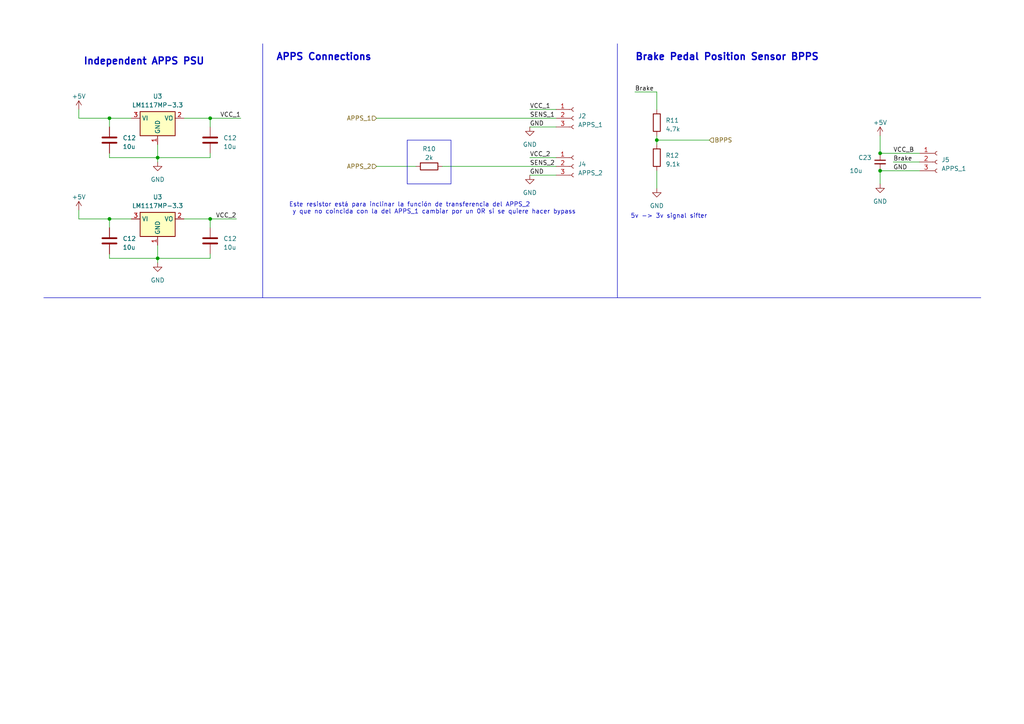
<source format=kicad_sch>
(kicad_sch (version 20230121) (generator eeschema)
  (paper "A4")
  (lib_symbols
    (symbol "+5V_1" (power) (pin_names (offset 0))
      (property "Value" "+5V_1" (at 0 3.556 0))
      (symbol "+5V_1_0_1"
        (polyline (pts (xy -0.762 1.27) (xy 0 2.54)))
        (polyline (pts (xy 0 0) (xy 0 2.54)))
        (polyline (pts (xy 0 2.54) (xy 0.762 1.27)))
      )
      (symbol "+5V_1_1_1"
        (pin power_in line (at 0 0 90) (length 0) hide (name "+5V") (number "1"))
      )
    )
    (symbol "Connector:Conn_01x03_Female" (pin_names (offset 1.016) hide)
      (property "Reference" "J" (at 0 5.08 0))
      (property "Value" "Conn_01x03_Female" (at 0 -5.08 0))
      (symbol "Conn_01x03_Female_1_1"
        (arc (start 0 -2.032) (mid -0.5058 -2.54) (end 0 -3.048) (stroke (width 0.1524)))
        (polyline (pts (xy -1.27 -2.54) (xy -0.508 -2.54)) (stroke (width 0.1524)))
        (polyline (pts (xy -1.27 0) (xy -0.508 0)) (stroke (width 0.1524)))
        (polyline (pts (xy -1.27 2.54) (xy -0.508 2.54)) (stroke (width 0.1524)))
        (arc (start 0 0.508) (mid -0.5058 0) (end 0 -0.508) (stroke (width 0.1524)))
        (arc (start 0 3.048) (mid -0.5058 2.54) (end 0 2.032) (stroke (width 0.1524)))
        (pin passive line (at -5.08 2.54 0) (length 3.81) (name "Pin_1") (number "1"))
        (pin passive line (at -5.08 0 0) (length 3.81) (name "Pin_2") (number "2"))
        (pin passive line (at -5.08 -2.54 0) (length 3.81) (name "Pin_3") (number "3"))
      )
    )
    (symbol "Device:C" (pin_numbers hide) (pin_names (offset 0.254))
      (property "Reference" "C" (at 0.635 2.54 0))
      (property "Value" "C" (at 0.635 -2.54 0))
      (symbol "C_0_1"
        (polyline (pts (xy -2.032 -0.762) (xy 2.032 -0.762)) (stroke (width 0.508)))
        (polyline (pts (xy -2.032 0.762) (xy 2.032 0.762)) (stroke (width 0.508)))
      )
      (symbol "C_1_1"
        (pin passive line (at 0 3.81 270) (length 2.794) (name "~") (number "1"))
        (pin passive line (at 0 -3.81 90) (length 2.794) (name "~") (number "2"))
      )
    )
    (symbol "Device:C_Small" (pin_numbers hide) (pin_names (offset 0.254) hide)
      (property "Reference" "C" (at 0.254 1.778 0))
      (property "Value" "C_Small" (at 0.254 -2.032 0))
      (symbol "C_Small_0_1"
        (polyline (pts (xy -1.524 -0.508) (xy 1.524 -0.508)) (stroke (width 0.3302)))
        (polyline (pts (xy -1.524 0.508) (xy 1.524 0.508)) (stroke (width 0.3048)))
      )
      (symbol "C_Small_1_1"
        (pin passive line (at 0 2.54 270) (length 2.032) (name "~") (number "1"))
        (pin passive line (at 0 -2.54 90) (length 2.032) (name "~") (number "2"))
      )
    )
    (symbol "Device:R" (pin_numbers hide) (pin_names (offset 0))
      (property "Reference" "R" (at 2.032 0 90))
      (property "Value" "R" (at 0 0 90))
      (symbol "R_0_1"
        (rectangle (start -1.016 -2.54) (end 1.016 2.54) (stroke (width 0.254)))
      )
      (symbol "R_1_1"
        (pin passive line (at 0 3.81 270) (length 1.27) (name "~") (number "1"))
        (pin passive line (at 0 -3.81 90) (length 1.27) (name "~") (number "2"))
      )
    )
    (symbol "GND_1" (power) (pin_names (offset 0))
      (property "Value" "GND_1" (at 0 -3.81 0))
      (symbol "GND_1_0_1"
        (polyline (pts (xy 0 0) (xy 0 -1.27) (xy 1.27 -1.27) (xy 0 -2.54) (xy -1.27 -1.27) (xy 0 -1.27)))
      )
      (symbol "GND_1_1_1"
        (pin power_in line (at 0 0 270) (length 0) hide (name "GND") (number "1"))
      )
    )
    (symbol "GND_2" (power) (pin_names (offset 0))
      (property "Value" "GND_2" (at 0 -3.81 0))
      (symbol "GND_2_0_1"
        (polyline (pts (xy 0 0) (xy 0 -1.27) (xy 1.27 -1.27) (xy 0 -2.54) (xy -1.27 -1.27) (xy 0 -1.27)))
      )
      (symbol "GND_2_1_1"
        (pin power_in line (at 0 0 270) (length 0) hide (name "GND") (number "1"))
      )
    )
    (symbol "GND_3" (power) (pin_names (offset 0))
      (property "Value" "GND_3" (at 0 -3.81 0))
      (symbol "GND_3_0_1"
        (polyline (pts (xy 0 0) (xy 0 -1.27) (xy 1.27 -1.27) (xy 0 -2.54) (xy -1.27 -1.27) (xy 0 -1.27)))
      )
      (symbol "GND_3_1_1"
        (pin power_in line (at 0 0 270) (length 0) hide (name "GND") (number "1"))
      )
    )
    (symbol "Regulator_Linear:LM1117MP-3.3"
      (property "Reference" "U" (at -3.81 3.175 0))
      (property "Value" "LM1117MP-3.3" (at 0 3.175 0))
      (symbol "LM1117MP-3.3_0_1"
        (rectangle (start -5.08 -5.08) (end 5.08 1.905) (stroke (width 0.254)) (fill (type background)))
      )
      (symbol "LM1117MP-3.3_1_1"
        (pin power_in line (at 0 -7.62 90) (length 2.54) (name "GND") (number "1"))
        (pin power_out line (at 7.62 0 180) (length 2.54) (name "VO") (number "2"))
        (pin power_in line (at -7.62 0 0) (length 2.54) (name "VI") (number "3"))
      )
    )
    (symbol "power:+5V" (power) (pin_names (offset 0))
      (property "Value" "+5V" (at 0 3.556 0))
      (symbol "+5V_0_1"
        (polyline (pts (xy -0.762 1.27) (xy 0 2.54)))
        (polyline (pts (xy 0 0) (xy 0 2.54)))
        (polyline (pts (xy 0 2.54) (xy 0.762 1.27)))
      )
      (symbol "+5V_1_1"
        (pin power_in line (at 0 0 90) (length 0) hide (name "+5V") (number "1"))
      )
    )
    (symbol "power:GND" (power) (pin_names (offset 0))
      (property "Value" "GND" (at 0 -3.81 0))
      (symbol "GND_0_1"
        (polyline (pts (xy 0 0) (xy 0 -1.27) (xy 1.27 -1.27) (xy 0 -2.54) (xy -1.27 -1.27) (xy 0 -1.27)))
      )
      (symbol "GND_1_1"
        (pin power_in line (at 0 0 270) (length 0) hide (name "GND") (number "1"))
      )
    )
  )
  (junction (at 255.27 49.53))
  (junction (at 31.75 34.29))
  (junction (at 60.96 63.5))
  (junction (at 31.75 63.5))
  (junction (at 45.72 45.72))
  (junction (at 60.96 34.29))
  (junction (at 45.72 74.93))
  (junction (at 190.5 40.64))
  (junction (at 255.27 44.45))
  (wire (pts (xy 38.1 34.29) (xy 31.75 34.29)))
  (wire (pts (xy 184.15 26.67) (xy 190.5 26.67)))
  (wire (pts (xy 153.67 31.75) (xy 161.29 31.75)))
  (wire (pts (xy 31.75 63.5) (xy 22.86 63.5)))
  (wire (pts (xy 45.72 74.93) (xy 45.72 71.12)))
  (wire (pts (xy 22.86 31.75) (xy 22.86 34.29)))
  (wire (pts (xy 60.96 63.5) (xy 60.96 66.04)))
  (wire (pts (xy 60.96 34.29) (xy 60.96 36.83)))
  (wire (pts (xy 190.5 26.67) (xy 190.5 31.75)))
  (wire (pts (xy 60.96 34.29) (xy 69.85 34.29)))
  (wire (pts (xy 60.96 45.72) (xy 45.72 45.72)))
  (wire (pts (xy 60.96 44.45) (xy 60.96 45.72)))
  (wire (pts (xy 255.27 44.45) (xy 266.7 44.45)))
  (wire (pts (xy 153.67 50.8) (xy 161.29 50.8)))
  (wire (pts (xy 128.27 48.26) (xy 161.29 48.26)))
  (wire (pts (xy 190.5 40.64) (xy 205.74 40.64)))
  (wire (pts (xy 153.67 36.83) (xy 161.29 36.83)))
  (wire (pts (xy 31.75 73.66) (xy 31.75 74.93)))
  (wire (pts (xy 190.5 40.64) (xy 190.5 39.37)))
  (wire (pts (xy 31.75 45.72) (xy 45.72 45.72)))
  (wire (pts (xy 255.27 53.34) (xy 255.27 49.53)))
  (polyline (pts (xy 179.07 86.36) (xy 284.48 86.36)))
  (wire (pts (xy 60.96 74.93) (xy 45.72 74.93)))
  (polyline (pts (xy 179.07 12.7) (xy 179.07 86.36)))
  (polyline (pts (xy 76.2 12.7) (xy 76.2 86.36)))
  (wire (pts (xy 120.65 48.26) (xy 109.22 48.26)))
  (wire (pts (xy 259.08 46.99) (xy 266.7 46.99)))
  (polyline (pts (xy 76.2 86.36) (xy 179.07 86.36)))
  (wire (pts (xy 31.75 74.93) (xy 45.72 74.93)))
  (wire (pts (xy 31.75 34.29) (xy 31.75 36.83)))
  (wire (pts (xy 31.75 44.45) (xy 31.75 45.72)))
  (wire (pts (xy 31.75 63.5) (xy 31.75 66.04)))
  (wire (pts (xy 22.86 60.96) (xy 22.86 63.5)))
  (wire (pts (xy 109.22 34.29) (xy 161.29 34.29)))
  (wire (pts (xy 190.5 41.91) (xy 190.5 40.64)))
  (wire (pts (xy 255.27 39.37) (xy 255.27 44.45)))
  (wire (pts (xy 60.96 73.66) (xy 60.96 74.93)))
  (wire (pts (xy 31.75 34.29) (xy 22.86 34.29)))
  (wire (pts (xy 53.34 34.29) (xy 60.96 34.29)))
  (wire (pts (xy 38.1 63.5) (xy 31.75 63.5)))
  (wire (pts (xy 45.72 46.99) (xy 45.72 45.72)))
  (wire (pts (xy 190.5 49.53) (xy 190.5 54.61)))
  (wire (pts (xy 45.72 45.72) (xy 45.72 41.91)))
  (polyline (pts (xy 12.7 86.36) (xy 76.2 86.36)))
  (wire (pts (xy 60.96 63.5) (xy 68.58 63.5)))
  (wire (pts (xy 53.34 63.5) (xy 60.96 63.5)))
  (wire (pts (xy 153.67 45.72) (xy 161.29 45.72)))
  (wire (pts (xy 255.27 49.53) (xy 266.7 49.53)))
  (wire (pts (xy 45.72 76.2) (xy 45.72 74.93)))
  (rectangle (start 118.11 40.64) (end 130.81 53.34))
  (text "APPS Connections" (at 80.01 17.78 0) (effects (font (size 2 2) (thickness 0.4) bold) (justify left bottom)))
  (text "Brake Pedal Position Sensor BPPS" (at 184.15 17.78 0) (effects (font (size 2 2) (thickness 0.4) bold) (justify left bottom)))
  (text "Independent APPS PSU" (at 24.13 19.05 0) (effects (font (size 2 2) (thickness 0.4) bold) (justify left bottom)))
  (text "5v -> 3v signal sifter" (at 182.88 63.5 0) (effects (font (size 1.27 1.27)) (justify left bottom)))
  (text "Este resistor está para inclinar la función de transferencia del APPS_2\n y que no coincida con la del APPS_1 cambiar por un 0R si se quiere hacer bypass" (at 83.82 62.23 0) (effects (font (size 1.27 1.27)) (justify left bottom)))
  (label "GND" (at 259.08 49.53 0))
  (label "Brake" (at 184.15 26.67 0))
  (label "Brake" (at 259.08 46.99 0))
  (label "SENS_1" (at 153.67 34.29 0))
  (label "VCC_2" (at 153.67 45.72 0))
  (label "VCC_1" (at 153.67 31.75 0))
  (label "VCC_B" (at 259.08 44.45 0))
  (label "VCC_2" (at 68.58 63.5 180))
  (label "SENS_2" (at 153.67 48.26 0))
  (label "GND" (at 153.67 50.8 0))
  (label "VCC_1" (at 69.85 34.29 180))
  (label "GND" (at 153.67 36.83 0))
  (hierarchical_label "APPS_1" (shape input) (at 109.22 34.29 180))
  (hierarchical_label "APPS_2" (shape input) (at 109.22 48.26 180))
  (hierarchical_label "BPPS" (shape input) (at 205.74 40.64 0))
  (symbol (lib_name "+5V_1") (lib_id "power:+5V") (at 255.27 39.37 0) (unit 1)
    (property "Reference" "#PWR039" (effects hide))
    (property "Value" "+5V" (at 255.27 35.56 0))
  )
  (symbol (lib_id "Device:C") (at 60.96 40.64 0) (unit 1)
    (property "Reference" "C12" (at 64.77 40.005 0) (effects (justify left)))
    (property "Value" "10u" (at 64.77 42.545 0) (effects (justify left)))
    (property "Footprint" "Capacitor_SMD:C_0603_1608Metric" (effects hide))
    (instances (project "TER_PEDAL" (path "" (reference "C12") (unit 1)) (path "" (reference "C20") (unit 1))))
  )
  (symbol (lib_id "Device:R") (at 124.46 48.26 90) (unit 1)
    (property "Reference" "R10" (at 124.46 43.18 90))
    (property "Value" "2k" (at 124.46 45.72 90))
    (property "Footprint" "Resistor_SMD:R_0603_1608Metric" (effects hide))
  )
  (symbol (lib_name "GND_3") (lib_id "power:GND") (at 255.27 53.34 0) (unit 1)
    (property "Reference" "#PWR042" (effects hide))
    (property "Value" "GND" (at 255.27 58.42 0))
  )
  (symbol (lib_name "GND_1") (lib_id "power:GND") (at 190.5 54.61 0) (unit 1)
    (property "Reference" "#PWR038" (effects hide))
    (property "Value" "GND" (at 190.5 59.69 0))
  )
  (symbol (lib_name "GND_2") (lib_id "power:GND") (at 153.67 50.8 0) (unit 1)
    (property "Reference" "#PWR040" (effects hide))
    (property "Value" "GND" (at 153.67 55.88 0))
  )
  (symbol (lib_id "Device:C_Small") (at 255.27 46.99 0) (unit 1)
    (property "Reference" "C23" (at 248.92 45.72 0) (effects (justify left)))
    (property "Value" "10u" (at 246.38 49.53 0) (effects (justify left)))
    (property "Footprint" "Capacitor_SMD:C_0603_1608Metric" (effects hide))
  )
  (symbol (lib_id "power:+5V") (at 22.86 60.96 0) (unit 1)
    (property "Reference" "#PWR036" (effects hide))
    (property "Value" "+5V" (at 22.86 57.15 0))
  )
  (symbol (lib_id "Device:R") (at 190.5 45.72 0) (unit 1)
    (property "Reference" "R12" (at 193.04 45.085 0) (effects (justify left)))
    (property "Value" "9.1k" (at 193.04 47.625 0) (effects (justify left)))
    (property "Footprint" "Resistor_SMD:R_0603_1608Metric" (effects hide))
  )
  (symbol (lib_id "Device:C") (at 31.75 69.85 0) (unit 1)
    (property "Reference" "C12" (at 35.56 69.215 0) (effects (justify left)))
    (property "Value" "10u" (at 35.56 71.755 0) (effects (justify left)))
    (property "Footprint" "Capacitor_SMD:C_0603_1608Metric" (effects hide))
    (instances (project "TER_PEDAL" (path "" (reference "C12") (unit 1)) (path "" (reference "C21") (unit 1))))
  )
  (symbol (lib_id "Device:C") (at 60.96 69.85 0) (unit 1)
    (property "Reference" "C12" (at 64.77 69.215 0) (effects (justify left)))
    (property "Value" "10u" (at 64.77 71.755 0) (effects (justify left)))
    (property "Footprint" "Capacitor_SMD:C_0603_1608Metric" (effects hide))
    (instances (project "TER_PEDAL" (path "" (reference "C12") (unit 1)) (path "" (reference "C22") (unit 1))))
  )
  (symbol (lib_id "power:+5V") (at 22.86 31.75 0) (unit 1)
    (property "Reference" "#PWR035" (effects hide))
    (property "Value" "+5V" (at 22.86 27.94 0))
  )
  (symbol (lib_id "power:GND") (at 45.72 76.2 0) (unit 1)
    (property "Reference" "#PWR037" (effects hide))
    (property "Value" "GND" (at 45.72 81.28 0))
  )
  (symbol (lib_id "Device:C") (at 31.75 40.64 0) (unit 1)
    (property "Reference" "C12" (at 35.56 40.005 0) (effects (justify left)))
    (property "Value" "10u" (at 35.56 42.545 0) (effects (justify left)))
    (property "Footprint" "Capacitor_SMD:C_0603_1608Metric" (effects hide))
    (instances (project "TER_PEDAL" (path "" (reference "C12") (unit 1)) (path "" (reference "C19") (unit 1))))
  )
  (symbol (lib_name "GND_2") (lib_id "power:GND") (at 153.67 36.83 0) (unit 1)
    (property "Reference" "#PWR041" (effects hide))
    (property "Value" "GND" (at 153.67 41.91 0))
  )
  (symbol (lib_id "Connector:Conn_01x03_Female") (at 166.37 34.29 0) (unit 1)
    (property "Reference" "J2" (at 167.64 33.655 0) (effects (justify left)))
    (property "Value" "APPS_1" (at 167.64 36.195 0) (effects (justify left)))
    (property "Footprint" "Connector_Phoenix_MC:PhoenixContact_MCV_1,5_3-GF-3.5_1x03_P3.50mm_Vertical_ThreadedFlange_MountHole" (effects hide))
  )
  (symbol (lib_id "Connector:Conn_01x03_Female") (at 166.37 48.26 0) (unit 1)
    (property "Reference" "J4" (at 167.64 47.625 0) (effects (justify left)))
    (property "Value" "APPS_2" (at 167.64 50.165 0) (effects (justify left)))
    (property "Footprint" "Connector_Phoenix_MC:PhoenixContact_MCV_1,5_3-GF-3.5_1x03_P3.50mm_Vertical_ThreadedFlange_MountHole" (effects hide))
  )
  (symbol (lib_id "Device:R") (at 190.5 35.56 0) (unit 1)
    (property "Reference" "R11" (at 193.04 34.925 0) (effects (justify left)))
    (property "Value" "4.7k" (at 193.04 37.465 0) (effects (justify left)))
    (property "Footprint" "Resistor_SMD:R_0603_1608Metric" (effects hide))
  )
  (symbol (lib_id "Connector:Conn_01x03_Female") (at 271.78 46.99 0) (unit 1)
    (property "Reference" "J5" (at 273.05 46.355 0) (effects (justify left)))
    (property "Value" "APPS_1" (at 273.05 48.895 0) (effects (justify left)))
    (property "Footprint" "Connector_Phoenix_MC:PhoenixContact_MCV_1,5_3-GF-3.5_1x03_P3.50mm_Vertical_ThreadedFlange_MountHole" (effects hide))
  )
  (symbol (lib_id "Regulator_Linear:LM1117MP-3.3") (at 45.72 34.29 0) (unit 1)
    (property "Reference" "U3" (at 45.72 27.94 0))
    (property "Value" "LM1117MP-3.3" (at 45.72 30.48 0))
    (property "Footprint" "Package_TO_SOT_SMD:SOT-223-3_TabPin2" (effects hide))
    (property "Datasheet" "http://www.ti.com/lit/ds/symlink/lm1117.pdf" (effects hide))
    (instances (project "TER_PEDAL" (path "" (reference "U3") (unit 1)) (path "" (reference "U5") (unit 1))))
  )
  (symbol (lib_id "Regulator_Linear:LM1117MP-3.3") (at 45.72 63.5 0) (unit 1)
    (property "Reference" "U3" (at 45.72 57.15 0))
    (property "Value" "LM1117MP-3.3" (at 45.72 59.69 0))
    (property "Footprint" "Package_TO_SOT_SMD:SOT-223-3_TabPin2" (effects hide))
    (property "Datasheet" "http://www.ti.com/lit/ds/symlink/lm1117.pdf" (effects hide))
    (instances (project "TER_PEDAL" (path "" (reference "U3") (unit 1)) (path "" (reference "U6") (unit 1))))
  )
  (symbol (lib_id "power:GND") (at 45.72 46.99 0) (unit 1)
    (property "Reference" "#PWR034" (effects hide))
    (property "Value" "GND" (at 45.72 52.07 0))
  )
)
</source>
